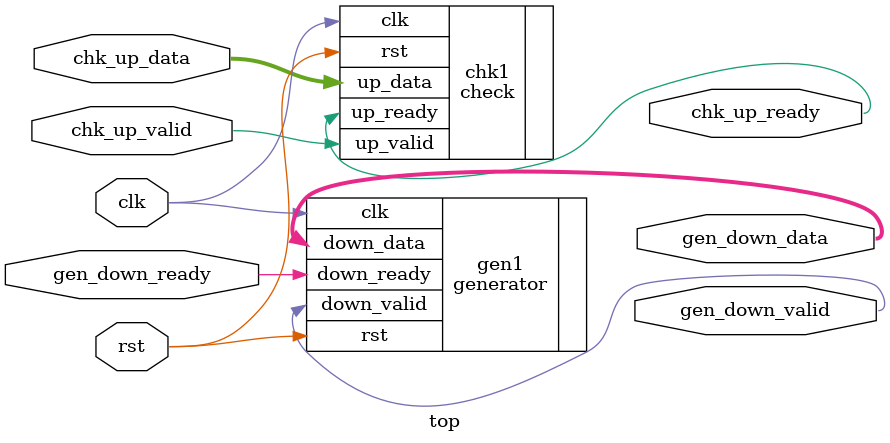
<source format=v>
module top # (
    parameter DATA_WIDTH  = 32,
    parameter DELAY_GEN   = 10,
    parameter DELAY_CHK   = 0
)
(
    input wire                  clk,
    input wire                  rst,
    output wire                 gen_down_valid,
    output wire[DATA_WIDTH-1:0] gen_down_data,
    input wire                  gen_down_ready,
    input wire                  chk_up_valid,
    input wire[DATA_WIDTH-1:0]  chk_up_data,
    output wire                 chk_up_ready
);

generator # (.DW(DATA_WIDTH), .DELAY(DELAY_GEN)) gen1
(
    .clk(clk),
    .rst(rst),
    .down_ready(gen_down_ready),
    .down_valid(gen_down_valid),
    .down_data(gen_down_data)
);

check # (.DW(DATA_WIDTH), .DELAY(DELAY_CHK)) chk1
(
    .clk(clk),
    .rst(rst),
    .up_ready(chk_up_ready),
    .up_valid(chk_up_valid),
    .up_data(chk_up_data)
);

endmodule

</source>
